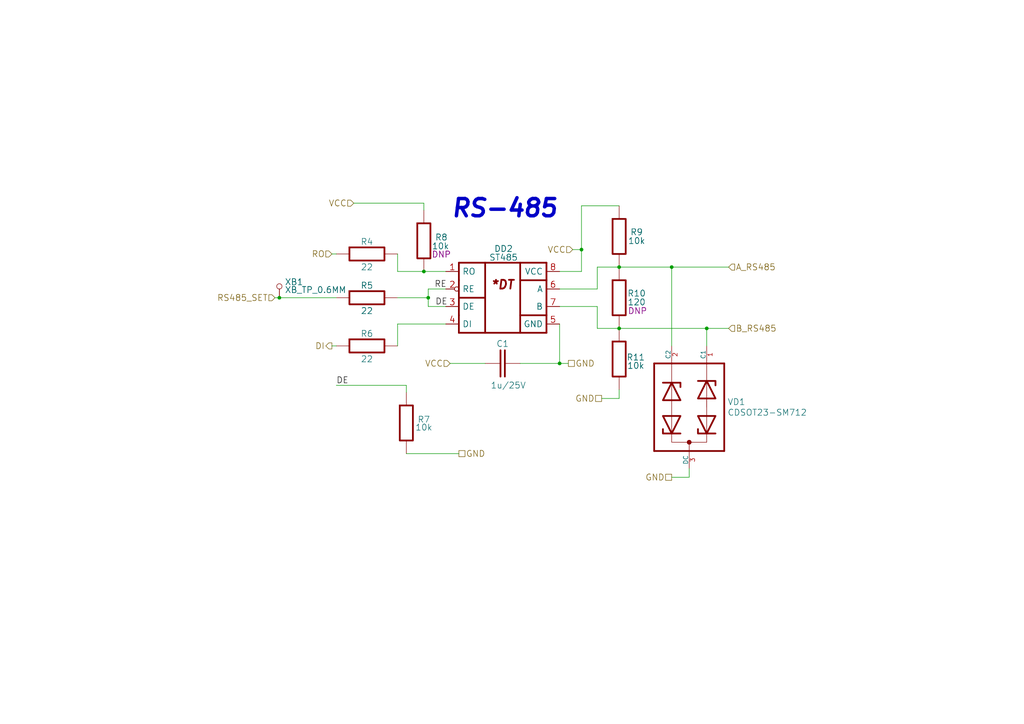
<source format=kicad_sch>
(kicad_sch (version 20211123) (generator eeschema)
  (paper "A4")
  (lib_symbols
    (symbol "Capacitors:C_CAP" (pin_names (offset 0))
      (property "Reference" "C" (at 0 6.35 0))
      (property "Value" "C_CAP" (at 0 -6.35 0))
      (symbol "C_CAP_0_1"
        (polyline (pts (xy -5.08 0) (xy -0.635 0)))
        (polyline (pts (xy -0.635 3.81) (xy -0.635 -3.81)) (stroke (width 0.508)))
        (polyline (pts (xy 0.635 0) (xy 5.08 0)))
        (polyline (pts (xy 0.635 3.81) (xy 0.635 -3.81)) (stroke (width 0.508)))
      )
      (symbol "C_CAP_1_1"
        (pin passive line (at -5.08 0 0) (length 2.54) hide (name "~") (number "1"))
        (pin passive line (at 5.08 0 180) (length 2.54) hide (name "~") (number "2"))
      )
    )
    (symbol "Chips:ST485" (pin_names (offset 1.016))
      (property "Reference" "DD" (at 0 13.97 0))
      (property "Value" "ST485" (at 0 11.684 0))
      (symbol "ST485_0_1"
        (polyline (pts (xy -12.7 -10.16) (xy 12.7 -10.16)) (stroke (width 0.508)))
        (polyline (pts (xy -12.7 -5.08) (xy -12.7 -10.16)) (stroke (width 0.508)))
        (polyline (pts (xy -5.08 10.16) (xy -5.08 -10.16)) (stroke (width 0.508)))
        (polyline (pts (xy 5.08 10.16) (xy 5.08 -10.16)) (stroke (width 0.508)))
        (polyline (pts (xy 12.7 -10.16) (xy 12.7 10.16)) (stroke (width 0.508)))
        (polyline (pts (xy 12.7 10.16) (xy -12.7 10.16)) (stroke (width 0.508)))
      )
      (symbol "ST485_1_1"
        (polyline (pts (xy -12.7 -5.08) (xy -12.7 -5.08)) (stroke (width 0.508)))
        (polyline (pts (xy -12.7 -5.08) (xy -12.7 5.08)) (stroke (width 0.508)))
        (polyline (pts (xy -12.7 0) (xy -5.08 0)) (stroke (width 0.508)))
        (polyline (pts (xy -12.7 2.54) (xy -12.7 2.54)) (stroke (width 0.508)))
        (polyline (pts (xy -12.7 5.08) (xy -12.7 5.08)))
        (polyline (pts (xy -12.7 10.16) (xy -12.7 5.08)) (stroke (width 0.508)))
        (polyline (pts (xy 5.08 -5.08) (xy 12.7 -5.08)) (stroke (width 0.508)))
        (polyline (pts (xy 5.08 5.08) (xy 12.7 5.08)) (stroke (width 0.508)))
        (text "*DT" (at 0 3.81 0) (effects (font (size 2.54 2.54) bold italic)))
        (pin input line (at -16.51 7.62 0) (length 3.81) (name "RO") (number "1"))
        (pin input inverted (at -16.51 2.54 0) (length 3.81) (name "RE") (number "2"))
        (pin input line (at -16.51 -2.54 0) (length 3.81) (name "DE") (number "3"))
        (pin input line (at -16.51 -7.62 0) (length 3.81) (name "DI") (number "4"))
        (pin power_in line (at 16.51 -7.62 180) (length 3.81) (name "GND") (number "5"))
        (pin output line (at 16.51 2.54 180) (length 3.81) (name "A") (number "6"))
        (pin output line (at 16.51 -2.54 180) (length 3.81) (name "B") (number "7"))
        (pin power_in line (at 16.51 7.62 180) (length 3.81) (name "VCC") (number "8"))
      )
    )
    (symbol "Connectors:XB_TP_0.6MM" (pin_numbers hide) (pin_names hide) (in_bom no)
      (property "Reference" "XB" (at 2.794 4.572 0))
      (property "Value" "XB_TP_0.6MM" (at 9.906 2.286 0))
      (symbol "XB_TP_0.6MM_0_1"
        (circle (center 0 3.302) (radius 0.762))
      )
      (symbol "XB_TP_0.6MM_1_1"
        (pin passive line (at 0 0 90) (length 2.54) (name "1") (number "1"))
      )
    )
    (symbol "Diodes:VD_TVS_ARRAY4" (pin_names (offset 0))
      (property "Reference" "VD" (at -0.127 9.144 0))
      (property "Value" "VD_TVS_ARRAY4" (at 0.254 6.731 0))
      (symbol "VD_TVS_ARRAY4_0_1"
        (polyline (pts (xy -2.54 0) (xy 0 0)))
        (polyline (pts (xy 10.16 -5.08) (xy 12.7 -5.08)))
        (polyline (pts (xy -12.7 0) (xy 7.62 0) (xy 10.16 0) (xy 10.16 -10.16) (xy -12.7 -10.16)))
      )
      (symbol "VD_TVS_ARRAY4_1_1"
        (polyline (pts (xy -17.78 0) (xy -17.78 0)))
        (polyline (pts (xy -12.7 -15.24) (xy 12.7 -15.24)) (stroke (width 0.508)))
        (polyline (pts (xy -12.7 -10.16) (xy -12.7 -15.24)) (stroke (width 0.508)))
        (polyline (pts (xy -12.7 -10.16) (xy -12.7 0)) (stroke (width 0.508)))
        (polyline (pts (xy -12.7 5.08) (xy -12.7 0)) (stroke (width 0.508)))
        (polyline (pts (xy 12.7 -15.24) (xy 12.7 5.08)) (stroke (width 0.508)))
        (polyline (pts (xy 12.7 5.08) (xy -12.7 5.08)) (stroke (width 0.508)))
        (polyline (pts (xy -7.62 -2.54) (xy -7.62 0) (xy -2.54 -2.54) (xy -2.54 2.54) (xy -7.62 0) (xy -7.62 2.54) (xy -6.35 2.54)) (stroke (width 0.508)))
        (polyline (pts (xy -7.112 -12.7) (xy -7.112 -10.16) (xy -2.032 -12.7) (xy -2.032 -7.62) (xy -7.112 -10.16) (xy -7.112 -7.62) (xy -5.842 -7.62)) (stroke (width 0.508)))
        (polyline (pts (xy 7.62 -7.62) (xy 7.62 -10.16) (xy 2.54 -7.62) (xy 2.54 -12.7) (xy 7.62 -10.16) (xy 7.62 -12.7) (xy 6.35 -12.7)) (stroke (width 0.508)))
        (polyline (pts (xy 7.62 2.54) (xy 7.62 0) (xy 2.54 2.54) (xy 2.54 -2.54) (xy 7.62 0) (xy 7.62 -2.54) (xy 6.35 -2.54)) (stroke (width 0.508)))
        (circle (center 10.16 -5.08) (radius 0.127) (stroke (width 0.5588)))
        (pin input line (at -17.78 0 0) (length 5.0038) (name "C1") (number "1"))
        (pin input line (at -17.78 -10.16 0) (length 5.0038) (name "C2") (number "2"))
        (pin power_in line (at 17.78 -5.08 180) (length 5.0038) (name "DC") (number "3"))
      )
    )
    (symbol "R_RES_1" (pin_names (offset 0))
      (property "Reference" "R" (at 0 3.81 0))
      (property "Value" "R_RES_1" (at 0 -3.81 0))
      (symbol "R_RES_1_0_1"
        (rectangle (start -5.08 1.905) (end 5.08 -1.905) (stroke (width 0.508)))
        (polyline (pts (xy -8.89 0) (xy -5.08 0)))
        (polyline (pts (xy 5.08 0) (xy 8.89 0)))
      )
      (symbol "R_RES_1_1_1"
        (pin passive line (at -8.89 0 0) (length 2.54) hide (name "~") (number "1"))
        (pin passive line (at 8.89 0 180) (length 2.54) hide (name "~") (number "2"))
      )
    )
    (symbol "R_RES_2" (pin_names (offset 0))
      (property "Reference" "R" (at 0 3.81 0))
      (property "Value" "R_RES_2" (at 0 -3.81 0))
      (symbol "R_RES_2_0_1"
        (rectangle (start -5.08 1.905) (end 5.08 -1.905) (stroke (width 0.508)))
        (polyline (pts (xy -8.89 0) (xy -5.08 0)))
        (polyline (pts (xy 5.08 0) (xy 8.89 0)))
      )
      (symbol "R_RES_2_1_1"
        (pin passive line (at -8.89 0 0) (length 2.54) hide (name "~") (number "1"))
        (pin passive line (at 8.89 0 180) (length 2.54) hide (name "~") (number "2"))
      )
    )
    (symbol "R_RES_3" (pin_names (offset 0))
      (property "Reference" "R" (at 0 3.81 0))
      (property "Value" "R_RES_3" (at 0 -3.81 0))
      (symbol "R_RES_3_0_1"
        (rectangle (start -5.08 1.905) (end 5.08 -1.905) (stroke (width 0.508)))
        (polyline (pts (xy -8.89 0) (xy -5.08 0)))
        (polyline (pts (xy 5.08 0) (xy 8.89 0)))
      )
      (symbol "R_RES_3_1_1"
        (pin passive line (at -8.89 0 0) (length 2.54) hide (name "~") (number "1"))
        (pin passive line (at 8.89 0 180) (length 2.54) hide (name "~") (number "2"))
      )
    )
    (symbol "R_RES_4" (pin_names (offset 0))
      (property "Reference" "R" (at 0 3.81 0))
      (property "Value" "R_RES_4" (at 0 -3.81 0))
      (symbol "R_RES_4_0_1"
        (rectangle (start -5.08 1.905) (end 5.08 -1.905) (stroke (width 0.508)))
        (polyline (pts (xy -8.89 0) (xy -5.08 0)))
        (polyline (pts (xy 5.08 0) (xy 8.89 0)))
      )
      (symbol "R_RES_4_1_1"
        (pin passive line (at -8.89 0 0) (length 2.54) hide (name "~") (number "1"))
        (pin passive line (at 8.89 0 180) (length 2.54) hide (name "~") (number "2"))
      )
    )
    (symbol "R_RES_5" (pin_names (offset 0))
      (property "Reference" "R" (at 0 3.81 0))
      (property "Value" "R_RES_5" (at 0 -3.81 0))
      (symbol "R_RES_5_0_1"
        (rectangle (start -5.08 1.905) (end 5.08 -1.905) (stroke (width 0.508)))
        (polyline (pts (xy -8.89 0) (xy -5.08 0)))
        (polyline (pts (xy 5.08 0) (xy 8.89 0)))
      )
      (symbol "R_RES_5_1_1"
        (pin passive line (at -8.89 0 0) (length 2.54) hide (name "~") (number "1"))
        (pin passive line (at 8.89 0 180) (length 2.54) hide (name "~") (number "2"))
      )
    )
    (symbol "R_RES_6" (pin_names (offset 0))
      (property "Reference" "R" (at 0 3.81 0))
      (property "Value" "R_RES_6" (at 0 -3.81 0))
      (symbol "R_RES_6_0_1"
        (rectangle (start -5.08 1.905) (end 5.08 -1.905) (stroke (width 0.508)))
        (polyline (pts (xy -8.89 0) (xy -5.08 0)))
        (polyline (pts (xy 5.08 0) (xy 8.89 0)))
      )
      (symbol "R_RES_6_1_1"
        (pin passive line (at -8.89 0 0) (length 2.54) hide (name "~") (number "1"))
        (pin passive line (at 8.89 0 180) (length 2.54) hide (name "~") (number "2"))
      )
    )
    (symbol "R_RES_7" (pin_names (offset 0))
      (property "Reference" "R" (at 0 3.81 0))
      (property "Value" "R_RES_7" (at 0 -3.81 0))
      (symbol "R_RES_7_0_1"
        (rectangle (start -5.08 1.905) (end 5.08 -1.905) (stroke (width 0.508)))
        (polyline (pts (xy -8.89 0) (xy -5.08 0)))
        (polyline (pts (xy 5.08 0) (xy 8.89 0)))
      )
      (symbol "R_RES_7_1_1"
        (pin passive line (at -8.89 0 0) (length 2.54) hide (name "~") (number "1"))
        (pin passive line (at 8.89 0 180) (length 2.54) hide (name "~") (number "2"))
      )
    )
    (symbol "Resistors:R_RES" (pin_names (offset 0))
      (property "Reference" "R" (at 0 3.81 0))
      (property "Value" "R_RES" (at 0 -3.81 0))
      (symbol "R_RES_0_1"
        (rectangle (start -5.08 1.905) (end 5.08 -1.905) (stroke (width 0.508)))
        (polyline (pts (xy -8.89 0) (xy -5.08 0)))
        (polyline (pts (xy 5.08 0) (xy 8.89 0)))
      )
      (symbol "R_RES_1_1"
        (pin passive line (at -8.89 0 0) (length 2.54) hide (name "~") (number "1"))
        (pin passive line (at 8.89 0 180) (length 2.54) hide (name "~") (number "2"))
      )
    )
  )
  (junction (at 204.978 95.25))
  (junction (at 122.936 78.74))
  (junction (at 124.206 86.36))
  (junction (at 162.306 105.41))
  (junction (at 179.578 77.47))
  (junction (at 81.026 86.36))
  (junction (at 179.578 95.25))
  (junction (at 194.818 77.47))
  (junction (at 168.656 72.39))
  (wire (pts (xy 199.898 135.89) (xy 199.898 138.43)))
  (wire (pts (xy 130.556 105.41) (xy 140.716 105.41)))
  (wire (pts (xy 97.536 73.66) (xy 96.266 73.66)))
  (wire (pts (xy 115.316 86.36) (xy 124.206 86.36)))
  (wire (pts (xy 168.656 72.39) (xy 168.656 78.74)))
  (wire (pts (xy 179.578 95.25) (xy 204.978 95.25)))
  (wire (pts (xy 162.306 105.41) (xy 162.306 93.98)))
  (wire (pts (xy 179.578 115.57) (xy 179.578 113.03)))
  (wire (pts (xy 124.206 83.82) (xy 129.286 83.82)))
  (wire (pts (xy 115.316 78.74) (xy 122.936 78.74)))
  (wire (pts (xy 194.818 77.47) (xy 211.328 77.47)))
  (wire (pts (xy 162.306 83.82) (xy 173.228 83.82)))
  (wire (pts (xy 204.978 95.25) (xy 211.328 95.25)))
  (wire (pts (xy 173.228 95.25) (xy 179.578 95.25)))
  (wire (pts (xy 117.856 111.7599) (xy 117.856 113.7919)))
  (wire (pts (xy 162.306 88.9) (xy 173.228 88.9)))
  (wire (pts (xy 162.306 105.41) (xy 164.846 105.41)))
  (wire (pts (xy 150.876 105.41) (xy 162.306 105.41)))
  (wire (pts (xy 173.228 77.47) (xy 173.228 83.82)))
  (wire (pts (xy 81.026 86.36) (xy 97.536 86.36)))
  (wire (pts (xy 117.856 131.5719) (xy 133.096 131.5719)))
  (wire (pts (xy 179.578 77.47) (xy 173.228 77.47)))
  (wire (pts (xy 97.536 111.7599) (xy 117.856 111.7599)))
  (wire (pts (xy 174.498 115.57) (xy 179.578 115.57)))
  (wire (pts (xy 179.578 59.69) (xy 168.656 59.69)))
  (wire (pts (xy 179.578 77.47) (xy 194.818 77.47)))
  (wire (pts (xy 96.266 100.33) (xy 97.536 100.33)))
  (wire (pts (xy 102.616 58.928) (xy 122.936 58.928)))
  (wire (pts (xy 124.206 83.82) (xy 124.206 86.36)))
  (wire (pts (xy 199.898 138.43) (xy 194.818 138.43)))
  (wire (pts (xy 115.316 73.66) (xy 115.316 78.74)))
  (wire (pts (xy 79.756 86.36) (xy 81.026 86.36)))
  (wire (pts (xy 122.936 58.928) (xy 122.936 60.96)))
  (wire (pts (xy 168.656 59.69) (xy 168.656 72.39)))
  (wire (pts (xy 173.228 88.9) (xy 173.228 95.25)))
  (wire (pts (xy 115.316 93.98) (xy 115.316 100.33)))
  (wire (pts (xy 115.316 93.98) (xy 129.286 93.98)))
  (wire (pts (xy 204.978 100.33) (xy 204.978 95.25)))
  (wire (pts (xy 124.206 86.36) (xy 124.206 88.9)))
  (wire (pts (xy 168.656 78.74) (xy 162.306 78.74)))
  (wire (pts (xy 194.818 100.33) (xy 194.818 77.47)))
  (wire (pts (xy 129.286 88.9) (xy 124.206 88.9)))
  (wire (pts (xy 166.116 72.39) (xy 168.656 72.39)))
  (wire (pts (xy 122.936 78.74) (xy 129.286 78.74)))
  (text "RS-485" (at 130.556 63.5 0) (effects (font (size 5.0038 5.0038) (thickness 1.0008) bold italic) (justify left bottom)))
  (label "DE" (at 97.536 111.7599 0) (effects (font (size 1.778 1.778))))
  (label "RE" (at 125.984 83.82 0) (effects (font (size 1.778 1.778))))
  (label "DE" (at 126.238 88.9 0) (effects (font (size 1.778 1.778))))
  (hierarchical_label "GND" (shape passive) (at 194.818 138.43 180) (effects (font (size 1.778 1.778))))
  (hierarchical_label "A_RS485" (shape input) (at 211.328 77.47 0) (effects (font (size 1.778 1.778))))
  (hierarchical_label "RS485_SET" (shape input) (at 79.756 86.36 180) (effects (font (size 1.778 1.778))))
  (hierarchical_label "VCC" (shape input) (at 166.116 72.39 180) (effects (font (size 1.778 1.778))))
  (hierarchical_label "VCC" (shape input) (at 130.556 105.41 180) (effects (font (size 1.778 1.778))))
  (hierarchical_label "B_RS485" (shape input) (at 211.328 95.25 0) (effects (font (size 1.778 1.778))))
  (hierarchical_label "DI" (shape output) (at 96.266 100.33 180) (effects (font (size 1.778 1.778))))
  (hierarchical_label "GND" (shape passive) (at 164.846 105.41 0) (effects (font (size 1.778 1.778))))
  (hierarchical_label "GND" (shape passive) (at 174.498 115.57 180) (effects (font (size 1.778 1.778))))
  (hierarchical_label "RO" (shape input) (at 96.266 73.66 180) (effects (font (size 1.778 1.778))))
  (hierarchical_label "GND" (shape passive) (at 133.096 131.5719 0) (effects (font (size 1.778 1.778))))
  (hierarchical_label "VCC" (shape input) (at 102.616 58.928 180) (effects (font (size 1.778 1.778))))
  (symbol (lib_name "R_RES_7") (lib_id "Resistors:R_RES") (at 179.578 86.36 90) (unit 1)
    (property "Reference" "R10" (at 184.658 85.09 90) (effects (font (size 1.778 1.778))))
    (property "Value" "120" (at 184.658 87.63 90) (effects (font (size 1.778 1.778))))
    (property "Footprint" "Resistor_SMD:R_0603_1608Metric" (effects hide))
    (property "Assembly" "DNP" (at 184.912 90.17 90) (effects (font (size 1.778 1.778))))
    (property "Case/Package" "0603" (effects hide))
    (property "Power" "mW" (effects hide))
    (property "Tolerance" "±5%" (effects hide))
  )
  (symbol (lib_id "Diodes:VD_TVS_ARRAY4") (at 204.978 118.11 270) (unit 1)
    (property "Reference" "VD1" (at 210.947 116.5606 90) (effects (font (size 1.778 1.778)) (justify left)))
    (property "Value" "CDSOT23-SM712" (at 210.947 119.634 90) (effects (font (size 1.778 1.778)) (justify left)))
    (property "Footprint" "Package_TO_SOT_SMD:SOT-23" (effects hide))
  )
  (symbol (lib_id "Capacitors:C_CAP") (at 145.796 105.41 0) (unit 1)
    (property "Reference" "C1" (at 143.891 99.695 0) (effects (font (size 1.778 1.778)) (justify left)))
    (property "Value" "1u/25V" (at 142.24 111.76 0) (effects (font (size 1.778 1.778)) (justify left)))
    (property "Footprint" "Capacitor_SMD:C_0603_1608Metric" (effects hide))
    (property "Type" "X7R" (effects hide))
    (property "Tolerance" "±10%" (effects hide))
  )
  (symbol (lib_id "Chips:ST485") (at 145.796 86.36 0) (unit 1)
    (property "Reference" "DD2" (at 146.05 72.136 0) (effects (font (size 1.778 1.778))))
    (property "Value" "ST485" (at 146.05 74.676 0) (effects (font (size 1.778 1.778))))
    (property "Footprint" "Package_SO:SOP-8_3.9x4.9mm_P1.27mm" (effects hide))
  )
  (symbol (lib_name "R_RES_2") (lib_id "Resistors:R_RES") (at 106.426 86.36 0) (unit 1)
    (property "Reference" "R5" (at 106.426 82.804 0) (effects (font (size 1.778 1.778))))
    (property "Value" "22" (at 106.426 90.17 0) (effects (font (size 1.778 1.778))))
    (property "Footprint" "Resistor_SMD:R_0603_1608Metric" (effects hide))
    (property "Case/Package" "0603" (effects hide))
    (property "Power" "mW" (effects hide))
    (property "Tolerance" "±5%" (effects hide))
  )
  (symbol (lib_name "R_RES_4") (lib_id "Resistors:R_RES") (at 106.426 73.66 0) (unit 1)
    (property "Reference" "R4" (at 106.426 70.104 0) (effects (font (size 1.778 1.778))))
    (property "Value" "22" (at 106.426 77.47 0) (effects (font (size 1.778 1.778))))
    (property "Footprint" "Resistor_SMD:R_0603_1608Metric" (effects hide))
    (property "Case/Package" "0603" (effects hide))
    (property "Power" "mW" (effects hide))
    (property "Tolerance" "±5%" (effects hide))
  )
  (symbol (lib_name "R_RES_6") (lib_id "Resistors:R_RES") (at 179.578 104.14 90) (unit 1)
    (property "Reference" "R11" (at 184.404 103.632 90) (effects (font (size 1.778 1.778))))
    (property "Value" "10k" (at 184.404 106.045 90) (effects (font (size 1.778 1.778))))
    (property "Footprint" "Resistor_SMD:R_0603_1608Metric" (effects hide))
    (property "Case/Package" "0603" (effects hide))
    (property "Power" "mW" (effects hide))
    (property "Tolerance" "±5%" (effects hide))
  )
  (symbol (lib_name "R_RES_5") (lib_id "Resistors:R_RES") (at 122.936 69.85 90) (unit 1)
    (property "Reference" "R8" (at 128.016 68.834 90) (effects (font (size 1.778 1.778))))
    (property "Value" "10k" (at 127.762 71.374 90) (effects (font (size 1.778 1.778))))
    (property "Footprint" "Resistor_SMD:R_0603_1608Metric" (effects hide))
    (property "Assembly" "DNP" (at 128.016 73.787 90) (effects (font (size 1.778 1.778))))
    (property "Case/Package" "0603" (effects hide))
    (property "Power" "mW" (effects hide))
    (property "Tolerance" "±5%" (effects hide))
  )
  (symbol (lib_name "R_RES_1") (lib_id "Resistors:R_RES") (at 106.426 100.33 0) (unit 1)
    (property "Reference" "R6" (at 106.426 96.774 0) (effects (font (size 1.778 1.778))))
    (property "Value" "22" (at 106.426 104.14 0) (effects (font (size 1.778 1.778))))
    (property "Footprint" "Resistor_SMD:R_0603_1608Metric" (effects hide))
    (property "Case/Package" "0603" (effects hide))
    (property "Power" "mW" (effects hide))
    (property "Tolerance" "±5%" (effects hide))
  )
  (symbol (lib_name "R_RES_3") (lib_id "Resistors:R_RES") (at 117.856 122.6819 90) (unit 1)
    (property "Reference" "R7" (at 122.936 121.6659 90) (effects (font (size 1.778 1.778))))
    (property "Value" "10k" (at 122.936 123.9519 90) (effects (font (size 1.778 1.778))))
    (property "Footprint" "Resistor_SMD:R_0603_1608Metric" (effects hide))
    (property "Case/Package" "0603" (effects hide))
    (property "Power" "mW" (effects hide))
    (property "Tolerance" "±5%" (effects hide))
  )
  (symbol (lib_id "Connectors:XB_TP_0.6MM") (at 81.026 86.36 0) (unit 1) (in_bom no)
    (property "Reference" "XB1" (at 82.55 81.788 0) (effects (font (size 1.778 1.778)) (justify left)))
    (property "Value" "XB_TP_0.6MM" (at 82.55 84.074 0) (effects (font (size 1.778 1.778)) (justify left)))
    (property "Footprint" "TestPoint:TestPoint_Pad_D0.6mm" (effects hide))
  )
  (symbol (lib_id "Resistors:R_RES") (at 179.578 68.58 90) (unit 1)
    (property "Reference" "R9" (at 184.658 67.31 90) (effects (font (size 1.778 1.778))))
    (property "Value" "10k" (at 184.658 69.85 90) (effects (font (size 1.778 1.778))))
    (property "Footprint" "Resistor_SMD:R_0603_1608Metric" (effects hide))
    (property "Case/Package" "0603" (effects hide))
    (property "Power" "mW" (effects hide))
    (property "Tolerance" "±5%" (effects hide))
  )
)
</source>
